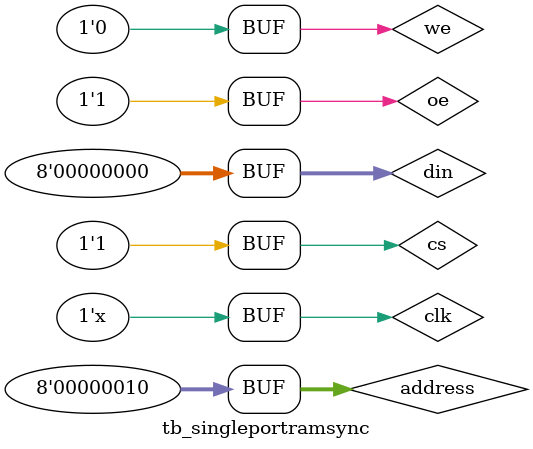
<source format=v>
module tb_singleportramsync;
parameter DATA_WIDTH = 8 ;
parameter ADDRESS_WIDTH = 8 ;

reg [DATA_WIDTH-1:0] din;
reg cs;
reg oe;
reg we;
reg clk;
reg [ADDRESS_WIDTH-1:0] address;
wire [DATA_WIDTH-1:0] dout;
wire [DATA_WIDTH-1:0] position;

singleportram11 ss( 
.din(din),
.cs(cs),
.oe(oe),
.we(we),
.address(address),
.clk(clk),
.dout(dout),
.position(position)
);

always #10 clk=~clk;
initial begin
cs =1;
oe =0;
we =0;
clk =0;
end

initial begin
cs <=1;
oe<=0;
#10 we<=1;
#20 address<=0;
#20 din <= 165;
#30 address <=1;
#30 din <=3;
#40 address <=2;
#40 din <= 2;
#50 we <=0;
#50 address<=3;
#50 din <= 0;
#60 oe <= 1;
#70 address <=0;
#80 address <=1;
#90 address <=2;
end
endmodule
</source>
